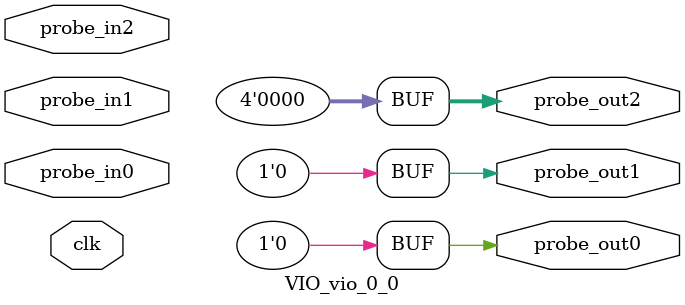
<source format=v>
`timescale 1ns / 1ps
module VIO_vio_0_0 (
clk,
probe_in0,probe_in1,probe_in2,
probe_out0,
probe_out1,
probe_out2
);

input clk;
input [3 : 0] probe_in0;
input [3 : 0] probe_in1;
input [3 : 0] probe_in2;

output reg [0 : 0] probe_out0 = 'h0 ;
output reg [0 : 0] probe_out1 = 'h0 ;
output reg [3 : 0] probe_out2 = 'h0 ;


endmodule

</source>
